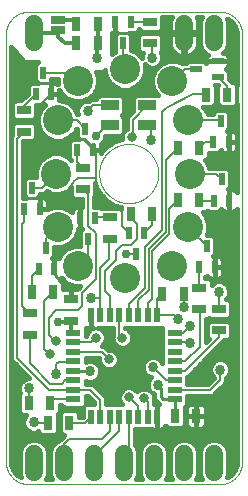
<source format=gtl>
G75*
%MOIN*%
%OFA0B0*%
%FSLAX25Y25*%
%IPPOS*%
%LPD*%
%AMOC8*
5,1,8,0,0,1.08239X$1,22.5*
%
%ADD10C,0.00000*%
%ADD11R,0.05000X0.02200*%
%ADD12R,0.02200X0.05000*%
%ADD13C,0.06000*%
%ADD14R,0.01969X0.03937*%
%ADD15R,0.04724X0.03150*%
%ADD16R,0.03150X0.04724*%
%ADD17R,0.03937X0.01969*%
%ADD18R,0.05906X0.03543*%
%ADD19C,0.10000*%
%ADD20R,0.05000X0.02500*%
%ADD21C,0.01200*%
%ADD22C,0.03369*%
%ADD23C,0.01600*%
%ADD24C,0.01000*%
%ADD25C,0.00800*%
%ADD26C,0.00600*%
%ADD27C,0.03172*%
%ADD28C,0.02975*%
D10*
X0001800Y0009513D02*
X0001800Y0151994D01*
X0001802Y0152175D01*
X0001809Y0152356D01*
X0001820Y0152537D01*
X0001835Y0152718D01*
X0001855Y0152898D01*
X0001879Y0153078D01*
X0001907Y0153257D01*
X0001940Y0153435D01*
X0001977Y0153612D01*
X0002018Y0153789D01*
X0002063Y0153964D01*
X0002113Y0154139D01*
X0002167Y0154312D01*
X0002225Y0154483D01*
X0002287Y0154654D01*
X0002354Y0154822D01*
X0002424Y0154989D01*
X0002498Y0155155D01*
X0002577Y0155318D01*
X0002659Y0155479D01*
X0002745Y0155639D01*
X0002835Y0155796D01*
X0002929Y0155951D01*
X0003026Y0156104D01*
X0003128Y0156254D01*
X0003232Y0156402D01*
X0003341Y0156548D01*
X0003452Y0156690D01*
X0003568Y0156830D01*
X0003686Y0156967D01*
X0003808Y0157102D01*
X0003933Y0157233D01*
X0004061Y0157361D01*
X0004192Y0157486D01*
X0004327Y0157608D01*
X0004464Y0157726D01*
X0004604Y0157842D01*
X0004746Y0157953D01*
X0004892Y0158062D01*
X0005040Y0158166D01*
X0005190Y0158268D01*
X0005343Y0158365D01*
X0005498Y0158459D01*
X0005655Y0158549D01*
X0005815Y0158635D01*
X0005976Y0158717D01*
X0006139Y0158796D01*
X0006305Y0158870D01*
X0006472Y0158940D01*
X0006640Y0159007D01*
X0006811Y0159069D01*
X0006982Y0159127D01*
X0007155Y0159181D01*
X0007330Y0159231D01*
X0007505Y0159276D01*
X0007682Y0159317D01*
X0007859Y0159354D01*
X0008037Y0159387D01*
X0008216Y0159415D01*
X0008396Y0159439D01*
X0008576Y0159459D01*
X0008757Y0159474D01*
X0008938Y0159485D01*
X0009119Y0159492D01*
X0009300Y0159494D01*
X0073040Y0159494D01*
X0073221Y0159492D01*
X0073402Y0159485D01*
X0073583Y0159474D01*
X0073764Y0159459D01*
X0073944Y0159439D01*
X0074124Y0159415D01*
X0074303Y0159387D01*
X0074481Y0159354D01*
X0074658Y0159317D01*
X0074835Y0159276D01*
X0075010Y0159231D01*
X0075185Y0159181D01*
X0075358Y0159127D01*
X0075529Y0159069D01*
X0075700Y0159007D01*
X0075868Y0158940D01*
X0076035Y0158870D01*
X0076201Y0158796D01*
X0076364Y0158717D01*
X0076525Y0158635D01*
X0076685Y0158549D01*
X0076842Y0158459D01*
X0076997Y0158365D01*
X0077150Y0158268D01*
X0077300Y0158166D01*
X0077448Y0158062D01*
X0077594Y0157953D01*
X0077736Y0157842D01*
X0077876Y0157726D01*
X0078013Y0157608D01*
X0078148Y0157486D01*
X0078279Y0157361D01*
X0078407Y0157233D01*
X0078532Y0157102D01*
X0078654Y0156967D01*
X0078772Y0156830D01*
X0078888Y0156690D01*
X0078999Y0156548D01*
X0079108Y0156402D01*
X0079212Y0156254D01*
X0079314Y0156104D01*
X0079411Y0155951D01*
X0079505Y0155796D01*
X0079595Y0155639D01*
X0079681Y0155479D01*
X0079763Y0155318D01*
X0079842Y0155155D01*
X0079916Y0154989D01*
X0079986Y0154822D01*
X0080053Y0154654D01*
X0080115Y0154483D01*
X0080173Y0154312D01*
X0080227Y0154139D01*
X0080277Y0153964D01*
X0080322Y0153789D01*
X0080363Y0153612D01*
X0080400Y0153435D01*
X0080433Y0153257D01*
X0080461Y0153078D01*
X0080485Y0152898D01*
X0080505Y0152718D01*
X0080520Y0152537D01*
X0080531Y0152356D01*
X0080538Y0152175D01*
X0080540Y0151994D01*
X0080540Y0009513D01*
X0080538Y0009332D01*
X0080531Y0009151D01*
X0080520Y0008970D01*
X0080505Y0008789D01*
X0080485Y0008609D01*
X0080461Y0008429D01*
X0080433Y0008250D01*
X0080400Y0008072D01*
X0080363Y0007895D01*
X0080322Y0007718D01*
X0080277Y0007543D01*
X0080227Y0007368D01*
X0080173Y0007195D01*
X0080115Y0007024D01*
X0080053Y0006853D01*
X0079986Y0006685D01*
X0079916Y0006518D01*
X0079842Y0006352D01*
X0079763Y0006189D01*
X0079681Y0006028D01*
X0079595Y0005868D01*
X0079505Y0005711D01*
X0079411Y0005556D01*
X0079314Y0005403D01*
X0079212Y0005253D01*
X0079108Y0005105D01*
X0078999Y0004959D01*
X0078888Y0004817D01*
X0078772Y0004677D01*
X0078654Y0004540D01*
X0078532Y0004405D01*
X0078407Y0004274D01*
X0078279Y0004146D01*
X0078148Y0004021D01*
X0078013Y0003899D01*
X0077876Y0003781D01*
X0077736Y0003665D01*
X0077594Y0003554D01*
X0077448Y0003445D01*
X0077300Y0003341D01*
X0077150Y0003239D01*
X0076997Y0003142D01*
X0076842Y0003048D01*
X0076685Y0002958D01*
X0076525Y0002872D01*
X0076364Y0002790D01*
X0076201Y0002711D01*
X0076035Y0002637D01*
X0075868Y0002567D01*
X0075700Y0002500D01*
X0075529Y0002438D01*
X0075358Y0002380D01*
X0075185Y0002326D01*
X0075010Y0002276D01*
X0074835Y0002231D01*
X0074658Y0002190D01*
X0074481Y0002153D01*
X0074303Y0002120D01*
X0074124Y0002092D01*
X0073944Y0002068D01*
X0073764Y0002048D01*
X0073583Y0002033D01*
X0073402Y0002022D01*
X0073221Y0002015D01*
X0073040Y0002013D01*
X0009300Y0002013D01*
X0009119Y0002015D01*
X0008938Y0002022D01*
X0008757Y0002033D01*
X0008576Y0002048D01*
X0008396Y0002068D01*
X0008216Y0002092D01*
X0008037Y0002120D01*
X0007859Y0002153D01*
X0007682Y0002190D01*
X0007505Y0002231D01*
X0007330Y0002276D01*
X0007155Y0002326D01*
X0006982Y0002380D01*
X0006811Y0002438D01*
X0006640Y0002500D01*
X0006472Y0002567D01*
X0006305Y0002637D01*
X0006139Y0002711D01*
X0005976Y0002790D01*
X0005815Y0002872D01*
X0005655Y0002958D01*
X0005498Y0003048D01*
X0005343Y0003142D01*
X0005190Y0003239D01*
X0005040Y0003341D01*
X0004892Y0003445D01*
X0004746Y0003554D01*
X0004604Y0003665D01*
X0004464Y0003781D01*
X0004327Y0003899D01*
X0004192Y0004021D01*
X0004061Y0004146D01*
X0003933Y0004274D01*
X0003808Y0004405D01*
X0003686Y0004540D01*
X0003568Y0004677D01*
X0003452Y0004817D01*
X0003341Y0004959D01*
X0003232Y0005105D01*
X0003128Y0005253D01*
X0003026Y0005403D01*
X0002929Y0005556D01*
X0002835Y0005711D01*
X0002745Y0005868D01*
X0002659Y0006028D01*
X0002577Y0006189D01*
X0002498Y0006352D01*
X0002424Y0006518D01*
X0002354Y0006685D01*
X0002287Y0006853D01*
X0002225Y0007024D01*
X0002167Y0007195D01*
X0002113Y0007368D01*
X0002063Y0007543D01*
X0002018Y0007718D01*
X0001977Y0007895D01*
X0001940Y0008072D01*
X0001907Y0008250D01*
X0001879Y0008429D01*
X0001855Y0008609D01*
X0001835Y0008789D01*
X0001820Y0008970D01*
X0001809Y0009151D01*
X0001802Y0009332D01*
X0001800Y0009513D01*
X0032902Y0105557D02*
X0032905Y0105799D01*
X0032914Y0106040D01*
X0032929Y0106281D01*
X0032949Y0106522D01*
X0032976Y0106762D01*
X0033009Y0107001D01*
X0033047Y0107240D01*
X0033091Y0107477D01*
X0033141Y0107714D01*
X0033197Y0107949D01*
X0033259Y0108182D01*
X0033326Y0108414D01*
X0033399Y0108645D01*
X0033477Y0108873D01*
X0033562Y0109099D01*
X0033651Y0109324D01*
X0033746Y0109546D01*
X0033847Y0109765D01*
X0033953Y0109983D01*
X0034064Y0110197D01*
X0034181Y0110409D01*
X0034302Y0110617D01*
X0034429Y0110823D01*
X0034561Y0111025D01*
X0034698Y0111225D01*
X0034839Y0111420D01*
X0034985Y0111613D01*
X0035136Y0111801D01*
X0035292Y0111986D01*
X0035452Y0112167D01*
X0035616Y0112344D01*
X0035785Y0112517D01*
X0035958Y0112686D01*
X0036135Y0112850D01*
X0036316Y0113010D01*
X0036501Y0113166D01*
X0036689Y0113317D01*
X0036882Y0113463D01*
X0037077Y0113604D01*
X0037277Y0113741D01*
X0037479Y0113873D01*
X0037685Y0114000D01*
X0037893Y0114121D01*
X0038105Y0114238D01*
X0038319Y0114349D01*
X0038537Y0114455D01*
X0038756Y0114556D01*
X0038978Y0114651D01*
X0039203Y0114740D01*
X0039429Y0114825D01*
X0039657Y0114903D01*
X0039888Y0114976D01*
X0040120Y0115043D01*
X0040353Y0115105D01*
X0040588Y0115161D01*
X0040825Y0115211D01*
X0041062Y0115255D01*
X0041301Y0115293D01*
X0041540Y0115326D01*
X0041780Y0115353D01*
X0042021Y0115373D01*
X0042262Y0115388D01*
X0042503Y0115397D01*
X0042745Y0115400D01*
X0042987Y0115397D01*
X0043228Y0115388D01*
X0043469Y0115373D01*
X0043710Y0115353D01*
X0043950Y0115326D01*
X0044189Y0115293D01*
X0044428Y0115255D01*
X0044665Y0115211D01*
X0044902Y0115161D01*
X0045137Y0115105D01*
X0045370Y0115043D01*
X0045602Y0114976D01*
X0045833Y0114903D01*
X0046061Y0114825D01*
X0046287Y0114740D01*
X0046512Y0114651D01*
X0046734Y0114556D01*
X0046953Y0114455D01*
X0047171Y0114349D01*
X0047385Y0114238D01*
X0047597Y0114121D01*
X0047805Y0114000D01*
X0048011Y0113873D01*
X0048213Y0113741D01*
X0048413Y0113604D01*
X0048608Y0113463D01*
X0048801Y0113317D01*
X0048989Y0113166D01*
X0049174Y0113010D01*
X0049355Y0112850D01*
X0049532Y0112686D01*
X0049705Y0112517D01*
X0049874Y0112344D01*
X0050038Y0112167D01*
X0050198Y0111986D01*
X0050354Y0111801D01*
X0050505Y0111613D01*
X0050651Y0111420D01*
X0050792Y0111225D01*
X0050929Y0111025D01*
X0051061Y0110823D01*
X0051188Y0110617D01*
X0051309Y0110409D01*
X0051426Y0110197D01*
X0051537Y0109983D01*
X0051643Y0109765D01*
X0051744Y0109546D01*
X0051839Y0109324D01*
X0051928Y0109099D01*
X0052013Y0108873D01*
X0052091Y0108645D01*
X0052164Y0108414D01*
X0052231Y0108182D01*
X0052293Y0107949D01*
X0052349Y0107714D01*
X0052399Y0107477D01*
X0052443Y0107240D01*
X0052481Y0107001D01*
X0052514Y0106762D01*
X0052541Y0106522D01*
X0052561Y0106281D01*
X0052576Y0106040D01*
X0052585Y0105799D01*
X0052588Y0105557D01*
X0052585Y0105315D01*
X0052576Y0105074D01*
X0052561Y0104833D01*
X0052541Y0104592D01*
X0052514Y0104352D01*
X0052481Y0104113D01*
X0052443Y0103874D01*
X0052399Y0103637D01*
X0052349Y0103400D01*
X0052293Y0103165D01*
X0052231Y0102932D01*
X0052164Y0102700D01*
X0052091Y0102469D01*
X0052013Y0102241D01*
X0051928Y0102015D01*
X0051839Y0101790D01*
X0051744Y0101568D01*
X0051643Y0101349D01*
X0051537Y0101131D01*
X0051426Y0100917D01*
X0051309Y0100705D01*
X0051188Y0100497D01*
X0051061Y0100291D01*
X0050929Y0100089D01*
X0050792Y0099889D01*
X0050651Y0099694D01*
X0050505Y0099501D01*
X0050354Y0099313D01*
X0050198Y0099128D01*
X0050038Y0098947D01*
X0049874Y0098770D01*
X0049705Y0098597D01*
X0049532Y0098428D01*
X0049355Y0098264D01*
X0049174Y0098104D01*
X0048989Y0097948D01*
X0048801Y0097797D01*
X0048608Y0097651D01*
X0048413Y0097510D01*
X0048213Y0097373D01*
X0048011Y0097241D01*
X0047805Y0097114D01*
X0047597Y0096993D01*
X0047385Y0096876D01*
X0047171Y0096765D01*
X0046953Y0096659D01*
X0046734Y0096558D01*
X0046512Y0096463D01*
X0046287Y0096374D01*
X0046061Y0096289D01*
X0045833Y0096211D01*
X0045602Y0096138D01*
X0045370Y0096071D01*
X0045137Y0096009D01*
X0044902Y0095953D01*
X0044665Y0095903D01*
X0044428Y0095859D01*
X0044189Y0095821D01*
X0043950Y0095788D01*
X0043710Y0095761D01*
X0043469Y0095741D01*
X0043228Y0095726D01*
X0042987Y0095717D01*
X0042745Y0095714D01*
X0042503Y0095717D01*
X0042262Y0095726D01*
X0042021Y0095741D01*
X0041780Y0095761D01*
X0041540Y0095788D01*
X0041301Y0095821D01*
X0041062Y0095859D01*
X0040825Y0095903D01*
X0040588Y0095953D01*
X0040353Y0096009D01*
X0040120Y0096071D01*
X0039888Y0096138D01*
X0039657Y0096211D01*
X0039429Y0096289D01*
X0039203Y0096374D01*
X0038978Y0096463D01*
X0038756Y0096558D01*
X0038537Y0096659D01*
X0038319Y0096765D01*
X0038105Y0096876D01*
X0037893Y0096993D01*
X0037685Y0097114D01*
X0037479Y0097241D01*
X0037277Y0097373D01*
X0037077Y0097510D01*
X0036882Y0097651D01*
X0036689Y0097797D01*
X0036501Y0097948D01*
X0036316Y0098104D01*
X0036135Y0098264D01*
X0035958Y0098428D01*
X0035785Y0098597D01*
X0035616Y0098770D01*
X0035452Y0098947D01*
X0035292Y0099128D01*
X0035136Y0099313D01*
X0034985Y0099501D01*
X0034839Y0099694D01*
X0034698Y0099889D01*
X0034561Y0100089D01*
X0034429Y0100291D01*
X0034302Y0100497D01*
X0034181Y0100705D01*
X0034064Y0100917D01*
X0033953Y0101131D01*
X0033847Y0101349D01*
X0033746Y0101568D01*
X0033651Y0101790D01*
X0033562Y0102015D01*
X0033477Y0102241D01*
X0033399Y0102469D01*
X0033326Y0102700D01*
X0033259Y0102932D01*
X0033197Y0103165D01*
X0033141Y0103400D01*
X0033091Y0103637D01*
X0033047Y0103874D01*
X0033009Y0104113D01*
X0032976Y0104352D01*
X0032949Y0104592D01*
X0032929Y0104833D01*
X0032914Y0105074D01*
X0032905Y0105315D01*
X0032902Y0105557D01*
D11*
X0024270Y0052407D03*
X0024270Y0049257D03*
X0024270Y0046108D03*
X0024270Y0042958D03*
X0024270Y0039809D03*
X0024270Y0036659D03*
X0024270Y0033509D03*
X0024270Y0030360D03*
X0058070Y0030360D03*
X0058070Y0033509D03*
X0058070Y0036659D03*
X0058070Y0039809D03*
X0058070Y0042958D03*
X0058070Y0046108D03*
X0058070Y0049257D03*
X0058070Y0052407D03*
D12*
X0052194Y0058283D03*
X0049044Y0058283D03*
X0045894Y0058283D03*
X0042745Y0058283D03*
X0039595Y0058283D03*
X0036446Y0058283D03*
X0033296Y0058283D03*
X0030146Y0058283D03*
X0030146Y0024483D03*
X0033296Y0024483D03*
X0036446Y0024483D03*
X0039595Y0024483D03*
X0042745Y0024483D03*
X0045894Y0024483D03*
X0049044Y0024483D03*
X0052194Y0024483D03*
D13*
X0051170Y0012100D02*
X0051170Y0006100D01*
X0041170Y0006100D02*
X0041170Y0012100D01*
X0031170Y0012100D02*
X0031170Y0006100D01*
X0021170Y0006100D02*
X0021170Y0012100D01*
X0011170Y0012100D02*
X0011170Y0006100D01*
X0061170Y0006100D02*
X0061170Y0012100D01*
X0071170Y0012100D02*
X0071170Y0006100D01*
X0071170Y0149407D02*
X0071170Y0155407D01*
X0061170Y0155407D02*
X0061170Y0149407D01*
X0011170Y0149407D02*
X0011170Y0155407D01*
D14*
X0014300Y0139057D03*
X0011741Y0131970D03*
X0016859Y0131970D03*
X0025556Y0113470D03*
X0028115Y0120557D03*
X0030674Y0113470D03*
X0031643Y0090754D03*
X0029083Y0083667D03*
X0026524Y0090754D03*
X0017833Y0073653D03*
X0015274Y0080739D03*
X0012715Y0073653D03*
X0013086Y0093813D03*
X0010527Y0100899D03*
X0007968Y0093813D03*
X0038241Y0156057D03*
X0040800Y0148970D03*
X0043359Y0156057D03*
X0070914Y0116072D03*
X0073473Y0123159D03*
X0076032Y0116072D03*
X0073666Y0103639D03*
X0071107Y0096553D03*
X0076225Y0096553D03*
X0068824Y0081360D03*
X0071383Y0074273D03*
X0066265Y0074273D03*
X0047859Y0085757D03*
X0045300Y0078670D03*
X0042741Y0085757D03*
D15*
X0036517Y0083862D03*
X0036517Y0090949D03*
X0027558Y0100274D03*
X0027558Y0107361D03*
X0007922Y0119557D03*
X0007922Y0126643D03*
X0023500Y0063657D03*
X0023500Y0056570D03*
X0009774Y0058919D03*
X0009774Y0051832D03*
X0049918Y0149057D03*
X0049918Y0156143D03*
X0066292Y0067433D03*
X0066292Y0060346D03*
X0072800Y0060357D03*
X0072800Y0053270D03*
D16*
X0061043Y0065513D03*
X0053957Y0065513D03*
X0050543Y0092013D03*
X0043457Y0092013D03*
X0059060Y0096647D03*
X0066146Y0096647D03*
X0066206Y0114147D03*
X0059119Y0114147D03*
X0068501Y0131872D03*
X0075587Y0131872D03*
X0032343Y0149013D03*
X0032343Y0155513D03*
X0025257Y0155513D03*
X0025257Y0149013D03*
X0017440Y0066187D03*
X0010354Y0066187D03*
X0009457Y0029113D03*
X0015857Y0022513D03*
X0016543Y0029113D03*
X0022943Y0022513D03*
X0058157Y0024713D03*
X0065243Y0024713D03*
D17*
X0072343Y0137899D03*
X0072343Y0143017D03*
X0065257Y0140458D03*
D18*
X0048847Y0128285D03*
X0048847Y0121592D03*
X0036643Y0121592D03*
X0036643Y0128285D03*
D19*
X0041495Y0140271D03*
X0057243Y0136334D03*
X0062617Y0123273D03*
X0063117Y0105557D03*
X0062617Y0087840D03*
X0057243Y0074779D03*
X0041495Y0070842D03*
X0025747Y0074779D03*
X0019123Y0087840D03*
X0018623Y0105557D03*
X0019123Y0123273D03*
X0025747Y0136334D03*
D20*
X0019300Y0153413D03*
X0019300Y0156613D03*
D21*
X0024157Y0156613D01*
X0025257Y0155513D01*
X0025257Y0149013D02*
X0021400Y0149013D01*
X0019300Y0151113D01*
X0019300Y0153413D01*
X0018294Y0152407D01*
X0011170Y0152407D01*
X0032200Y0149013D02*
X0032200Y0144013D01*
X0032200Y0149013D02*
X0032343Y0149013D01*
X0032343Y0155513D01*
X0072343Y0143017D02*
X0078800Y0143017D01*
X0078800Y0116013D01*
X0076032Y0116013D01*
X0076032Y0116072D01*
X0023500Y0053177D02*
X0024270Y0052407D01*
X0023500Y0053177D02*
X0023500Y0056570D01*
X0023143Y0056213D01*
X0019000Y0056213D01*
D22*
X0018600Y0038713D03*
X0011000Y0022613D03*
X0009600Y0034013D03*
X0029800Y0039613D03*
X0030200Y0064013D03*
X0046600Y0052613D03*
X0050800Y0041013D03*
X0052400Y0035213D03*
X0063200Y0049213D03*
X0063200Y0054613D03*
X0061000Y0061213D03*
X0059000Y0057213D03*
X0072800Y0066213D03*
X0073200Y0040213D03*
X0050000Y0116613D03*
X0050600Y0144213D03*
X0032200Y0144013D03*
X0029000Y0126413D03*
D23*
X0004132Y0006880D02*
X0005199Y0005412D01*
X0006667Y0004346D01*
X0006832Y0004292D01*
X0006470Y0005165D01*
X0006470Y0013035D01*
X0007186Y0014762D01*
X0008508Y0016084D01*
X0010235Y0016800D01*
X0012105Y0016800D01*
X0013832Y0016084D01*
X0015155Y0014762D01*
X0015870Y0013035D01*
X0015870Y0005165D01*
X0015269Y0003713D01*
X0017071Y0003713D01*
X0016470Y0005165D01*
X0016470Y0013035D01*
X0017186Y0014762D01*
X0018508Y0016084D01*
X0019179Y0016363D01*
X0020700Y0017883D01*
X0021268Y0018451D01*
X0020664Y0018451D01*
X0019669Y0019447D01*
X0019669Y0025580D01*
X0020664Y0026576D01*
X0025222Y0026576D01*
X0026218Y0025580D01*
X0026218Y0024513D01*
X0027346Y0024513D01*
X0027346Y0027560D01*
X0021066Y0027560D01*
X0020266Y0028360D01*
X0019818Y0028360D01*
X0019818Y0026047D01*
X0019131Y0025360D01*
X0019131Y0019447D01*
X0018136Y0018451D01*
X0013578Y0018451D01*
X0012582Y0019447D01*
X0012582Y0019606D01*
X0011673Y0019229D01*
X0010327Y0019229D01*
X0009083Y0019744D01*
X0008131Y0020696D01*
X0007616Y0021940D01*
X0007616Y0023287D01*
X0008131Y0024530D01*
X0008652Y0025051D01*
X0007178Y0025051D01*
X0006182Y0026047D01*
X0006182Y0032180D01*
X0006546Y0032544D01*
X0006216Y0033340D01*
X0006216Y0034687D01*
X0006731Y0035930D01*
X0007683Y0036882D01*
X0008927Y0037398D01*
X0009587Y0037398D01*
X0004772Y0042213D01*
X0003600Y0043385D01*
X0003600Y0118063D01*
X0003860Y0118323D01*
X0003860Y0121836D01*
X0004856Y0122831D01*
X0010988Y0122831D01*
X0011984Y0121836D01*
X0011984Y0117278D01*
X0010988Y0116282D01*
X0007600Y0116282D01*
X0007600Y0097481D01*
X0008588Y0097481D01*
X0007843Y0098227D01*
X0007843Y0103572D01*
X0008838Y0104568D01*
X0011923Y0104568D01*
X0011923Y0106889D01*
X0012943Y0109352D01*
X0014828Y0111237D01*
X0017290Y0112257D01*
X0019956Y0112257D01*
X0022418Y0111237D01*
X0023556Y0110099D01*
X0023556Y0110113D01*
X0022872Y0110797D01*
X0022872Y0116143D01*
X0023867Y0117139D01*
X0026176Y0117139D01*
X0025431Y0117884D01*
X0025431Y0120271D01*
X0025219Y0120483D01*
X0024803Y0119478D01*
X0022918Y0117593D01*
X0020456Y0116573D01*
X0017790Y0116573D01*
X0015328Y0117593D01*
X0013443Y0119478D01*
X0012423Y0121941D01*
X0012423Y0124606D01*
X0013443Y0127068D01*
X0014875Y0128500D01*
X0014770Y0128561D01*
X0014434Y0128896D01*
X0014284Y0129156D01*
X0013429Y0128302D01*
X0011984Y0128302D01*
X0011984Y0124364D01*
X0010988Y0123369D01*
X0004856Y0123369D01*
X0003860Y0124364D01*
X0003860Y0128922D01*
X0004856Y0129918D01*
X0006861Y0129918D01*
X0009057Y0132114D01*
X0009057Y0134643D01*
X0010053Y0135639D01*
X0012361Y0135639D01*
X0011616Y0136384D01*
X0011616Y0141729D01*
X0012500Y0142613D01*
X0009780Y0142613D01*
X0009744Y0142581D01*
X0008958Y0142613D01*
X0008172Y0142613D01*
X0008137Y0142648D01*
X0008089Y0142650D01*
X0007556Y0143229D01*
X0007000Y0143785D01*
X0007000Y0143833D01*
X0003500Y0147638D01*
X0003500Y0009513D01*
X0003571Y0008606D01*
X0004132Y0006880D01*
X0004184Y0006809D02*
X0006470Y0006809D01*
X0006470Y0008407D02*
X0003636Y0008407D01*
X0003500Y0010006D02*
X0006470Y0010006D01*
X0006470Y0011604D02*
X0003500Y0011604D01*
X0003500Y0013203D02*
X0006540Y0013203D01*
X0007225Y0014801D02*
X0003500Y0014801D01*
X0003500Y0016400D02*
X0009269Y0016400D01*
X0009439Y0019597D02*
X0003500Y0019597D01*
X0003500Y0017998D02*
X0020815Y0017998D01*
X0019669Y0019597D02*
X0019131Y0019597D01*
X0019131Y0021196D02*
X0019669Y0021196D01*
X0019669Y0022794D02*
X0019131Y0022794D01*
X0019131Y0024393D02*
X0019669Y0024393D01*
X0019762Y0025991D02*
X0020080Y0025991D01*
X0019818Y0027590D02*
X0021036Y0027590D01*
X0025807Y0025991D02*
X0027346Y0025991D01*
X0028470Y0028683D02*
X0028470Y0031509D01*
X0029076Y0031509D01*
X0031296Y0029289D01*
X0031296Y0028683D01*
X0028470Y0028683D01*
X0028470Y0029188D02*
X0031296Y0029188D01*
X0029798Y0030787D02*
X0028470Y0030787D01*
X0028470Y0035509D02*
X0028470Y0036501D01*
X0029127Y0036229D01*
X0030473Y0036229D01*
X0031717Y0036744D01*
X0032669Y0037696D01*
X0033184Y0038940D01*
X0033184Y0040287D01*
X0032669Y0041530D01*
X0031717Y0042482D01*
X0030473Y0042998D01*
X0029127Y0042998D01*
X0028470Y0042726D01*
X0028470Y0044108D01*
X0032877Y0044108D01*
X0032914Y0044071D01*
X0032914Y0042960D01*
X0033414Y0041752D01*
X0034339Y0040828D01*
X0035546Y0040328D01*
X0036854Y0040328D01*
X0038061Y0040828D01*
X0038986Y0041752D01*
X0039486Y0042960D01*
X0039486Y0044267D01*
X0038986Y0045475D01*
X0038061Y0046399D01*
X0036854Y0046899D01*
X0035743Y0046899D01*
X0034534Y0048108D01*
X0033741Y0048108D01*
X0034586Y0048952D01*
X0035086Y0050160D01*
X0035086Y0051467D01*
X0034586Y0052675D01*
X0033661Y0053599D01*
X0032492Y0054083D01*
X0037595Y0054083D01*
X0037595Y0052146D01*
X0037314Y0051467D01*
X0037314Y0050160D01*
X0037814Y0048952D01*
X0038739Y0048028D01*
X0039946Y0047528D01*
X0041254Y0047528D01*
X0042461Y0048028D01*
X0043386Y0048952D01*
X0043886Y0050160D01*
X0043886Y0051467D01*
X0043386Y0052675D01*
X0042461Y0053599D01*
X0041595Y0053958D01*
X0041595Y0054083D01*
X0053870Y0054083D01*
X0053870Y0042445D01*
X0053669Y0042930D01*
X0052717Y0043882D01*
X0051473Y0044398D01*
X0050127Y0044398D01*
X0048883Y0043882D01*
X0047931Y0042930D01*
X0047416Y0041687D01*
X0047416Y0040340D01*
X0047931Y0039096D01*
X0048883Y0038144D01*
X0050058Y0037658D01*
X0049531Y0037130D01*
X0049016Y0035887D01*
X0049016Y0034540D01*
X0049453Y0033485D01*
X0048454Y0033899D01*
X0047146Y0033899D01*
X0045939Y0033399D01*
X0045500Y0032960D01*
X0044661Y0033799D01*
X0043454Y0034299D01*
X0042146Y0034299D01*
X0040939Y0033799D01*
X0040014Y0032875D01*
X0039514Y0031667D01*
X0039514Y0030360D01*
X0040014Y0029152D01*
X0040483Y0028683D01*
X0035296Y0028683D01*
X0035296Y0030946D01*
X0030732Y0035509D01*
X0028470Y0035509D01*
X0028470Y0035582D02*
X0049016Y0035582D01*
X0049246Y0033984D02*
X0044216Y0033984D01*
X0041384Y0033984D02*
X0032258Y0033984D01*
X0033857Y0032385D02*
X0039812Y0032385D01*
X0039514Y0030787D02*
X0035296Y0030787D01*
X0035296Y0029188D02*
X0039999Y0029188D01*
X0044845Y0020283D02*
X0050484Y0020283D01*
X0050857Y0020183D01*
X0052194Y0020183D01*
X0053531Y0020183D01*
X0053988Y0020306D01*
X0054399Y0020543D01*
X0054734Y0020878D01*
X0054971Y0021289D01*
X0055028Y0021501D01*
X0055878Y0020651D01*
X0060436Y0020651D01*
X0061431Y0021647D01*
X0061431Y0027717D01*
X0062270Y0028556D01*
X0062270Y0031509D01*
X0070724Y0031509D01*
X0071896Y0032681D01*
X0074028Y0034813D01*
X0075200Y0035985D01*
X0075200Y0037427D01*
X0076069Y0038296D01*
X0076584Y0039540D01*
X0076584Y0040887D01*
X0076069Y0042130D01*
X0075117Y0043082D01*
X0073873Y0043598D01*
X0072527Y0043598D01*
X0071283Y0043082D01*
X0070331Y0042130D01*
X0069816Y0040887D01*
X0069816Y0039540D01*
X0070331Y0038296D01*
X0071093Y0037535D01*
X0069068Y0035509D01*
X0062270Y0035509D01*
X0062270Y0037809D01*
X0062424Y0037809D01*
X0073628Y0049013D01*
X0074610Y0049995D01*
X0075866Y0049995D01*
X0076862Y0050991D01*
X0076862Y0055549D01*
X0075866Y0056545D01*
X0069734Y0056545D01*
X0068738Y0055549D01*
X0068738Y0050991D01*
X0069344Y0050385D01*
X0068400Y0049442D01*
X0068400Y0057072D01*
X0069358Y0057072D01*
X0069551Y0057264D01*
X0069734Y0057082D01*
X0075866Y0057082D01*
X0076862Y0058078D01*
X0076862Y0062636D01*
X0075866Y0063631D01*
X0075004Y0063631D01*
X0075669Y0064296D01*
X0076184Y0065540D01*
X0076184Y0066887D01*
X0075669Y0068130D01*
X0074717Y0069082D01*
X0073473Y0069598D01*
X0072127Y0069598D01*
X0070883Y0069082D01*
X0070354Y0068554D01*
X0070354Y0069712D01*
X0069358Y0070708D01*
X0068292Y0070708D01*
X0068292Y0070944D01*
X0068808Y0071460D01*
X0068958Y0071199D01*
X0069293Y0070864D01*
X0069704Y0070627D01*
X0070161Y0070505D01*
X0071383Y0070505D01*
X0072604Y0070505D01*
X0073062Y0070627D01*
X0073472Y0070864D01*
X0073807Y0071199D01*
X0074044Y0071610D01*
X0074167Y0072068D01*
X0074167Y0074273D01*
X0071383Y0074273D01*
X0071383Y0074273D01*
X0071383Y0070505D01*
X0071383Y0074273D01*
X0071383Y0074273D01*
X0074167Y0074273D01*
X0074167Y0076479D01*
X0074044Y0076937D01*
X0073807Y0077347D01*
X0073472Y0077682D01*
X0073062Y0077919D01*
X0072604Y0078042D01*
X0071383Y0078042D01*
X0071383Y0074273D01*
X0071383Y0074273D01*
X0071383Y0078042D01*
X0070862Y0078042D01*
X0071508Y0078687D01*
X0071508Y0084033D01*
X0070512Y0085028D01*
X0068704Y0085028D01*
X0069317Y0086507D01*
X0069317Y0089173D01*
X0068297Y0091635D01*
X0067347Y0092585D01*
X0068425Y0092585D01*
X0069072Y0093231D01*
X0069419Y0092884D01*
X0072795Y0092884D01*
X0073650Y0093739D01*
X0073801Y0093479D01*
X0074136Y0093144D01*
X0074546Y0092907D01*
X0075004Y0092784D01*
X0076225Y0092784D01*
X0076225Y0096553D01*
X0076225Y0100321D01*
X0075705Y0100321D01*
X0076350Y0100967D01*
X0076350Y0106312D01*
X0075355Y0107308D01*
X0072826Y0107308D01*
X0072577Y0107557D01*
X0069541Y0107557D01*
X0068797Y0109352D01*
X0068064Y0110085D01*
X0068484Y0110085D01*
X0069480Y0111081D01*
X0069480Y0112404D01*
X0072603Y0112404D01*
X0073457Y0113259D01*
X0073608Y0112999D01*
X0073943Y0112664D01*
X0074353Y0112427D01*
X0074811Y0112304D01*
X0076032Y0112304D01*
X0076032Y0116072D01*
X0076032Y0116072D01*
X0076032Y0112304D01*
X0077254Y0112304D01*
X0077711Y0112427D01*
X0078122Y0112664D01*
X0078457Y0112999D01*
X0078694Y0113409D01*
X0078817Y0113867D01*
X0078817Y0116072D01*
X0076032Y0116072D01*
X0076032Y0116072D01*
X0076032Y0116073D02*
X0076032Y0119841D01*
X0075512Y0119841D01*
X0076157Y0120486D01*
X0076157Y0125832D01*
X0075162Y0126828D01*
X0071785Y0126828D01*
X0070789Y0125832D01*
X0070789Y0125273D01*
X0069041Y0125273D01*
X0068297Y0127068D01*
X0067556Y0127809D01*
X0070780Y0127809D01*
X0071776Y0128805D01*
X0071776Y0134938D01*
X0071499Y0135215D01*
X0072199Y0135215D01*
X0072394Y0135020D01*
X0072313Y0134938D01*
X0072313Y0128805D01*
X0073308Y0127809D01*
X0077866Y0127809D01*
X0078840Y0128783D01*
X0078840Y0099297D01*
X0078650Y0099626D01*
X0078315Y0099962D01*
X0077904Y0100199D01*
X0077446Y0100321D01*
X0076225Y0100321D01*
X0076225Y0096553D01*
X0076225Y0096553D01*
X0076225Y0096553D01*
X0076225Y0092784D01*
X0077446Y0092784D01*
X0077904Y0092907D01*
X0078315Y0093144D01*
X0078650Y0093479D01*
X0078840Y0093809D01*
X0078840Y0009513D01*
X0078769Y0008606D01*
X0078208Y0006880D01*
X0077141Y0005412D01*
X0075673Y0004346D01*
X0075508Y0004292D01*
X0075870Y0005165D01*
X0075870Y0013035D01*
X0075155Y0014762D01*
X0073832Y0016084D01*
X0072105Y0016800D01*
X0070235Y0016800D01*
X0068508Y0016084D01*
X0067186Y0014762D01*
X0066470Y0013035D01*
X0066470Y0005165D01*
X0067071Y0003713D01*
X0065269Y0003713D01*
X0065870Y0005165D01*
X0065870Y0013035D01*
X0065155Y0014762D01*
X0063832Y0016084D01*
X0062105Y0016800D01*
X0060235Y0016800D01*
X0058508Y0016084D01*
X0057186Y0014762D01*
X0056470Y0013035D01*
X0056470Y0005165D01*
X0057071Y0003713D01*
X0055269Y0003713D01*
X0055870Y0005165D01*
X0055870Y0013035D01*
X0055155Y0014762D01*
X0053832Y0016084D01*
X0052105Y0016800D01*
X0050235Y0016800D01*
X0048508Y0016084D01*
X0047186Y0014762D01*
X0046470Y0013035D01*
X0046470Y0005165D01*
X0047071Y0003713D01*
X0045269Y0003713D01*
X0045870Y0005165D01*
X0045870Y0013035D01*
X0045155Y0014762D01*
X0044845Y0015072D01*
X0044845Y0020283D01*
X0044845Y0019597D02*
X0078840Y0019597D01*
X0078840Y0017998D02*
X0044845Y0017998D01*
X0044845Y0016400D02*
X0049269Y0016400D01*
X0047225Y0014801D02*
X0045115Y0014801D01*
X0045800Y0013203D02*
X0046540Y0013203D01*
X0046470Y0011604D02*
X0045870Y0011604D01*
X0045870Y0010006D02*
X0046470Y0010006D01*
X0046470Y0008407D02*
X0045870Y0008407D01*
X0045870Y0006809D02*
X0046470Y0006809D01*
X0046470Y0005210D02*
X0045870Y0005210D01*
X0053071Y0016400D02*
X0059269Y0016400D01*
X0057225Y0014801D02*
X0055115Y0014801D01*
X0055800Y0013203D02*
X0056540Y0013203D01*
X0056470Y0011604D02*
X0055870Y0011604D01*
X0055870Y0010006D02*
X0056470Y0010006D01*
X0056470Y0008407D02*
X0055870Y0008407D01*
X0055870Y0006809D02*
X0056470Y0006809D01*
X0056470Y0005210D02*
X0055870Y0005210D01*
X0063071Y0016400D02*
X0069269Y0016400D01*
X0067513Y0020674D02*
X0067923Y0020911D01*
X0068258Y0021246D01*
X0068495Y0021656D01*
X0068618Y0022114D01*
X0068618Y0024713D01*
X0065243Y0024713D01*
X0065243Y0024713D01*
X0065243Y0020551D01*
X0063432Y0020551D01*
X0062974Y0020674D01*
X0062563Y0020911D01*
X0062228Y0021246D01*
X0061991Y0021656D01*
X0061869Y0022114D01*
X0061869Y0024713D01*
X0065243Y0024713D01*
X0065243Y0024713D01*
X0065243Y0020551D01*
X0067055Y0020551D01*
X0067513Y0020674D01*
X0068208Y0021196D02*
X0078840Y0021196D01*
X0078840Y0022794D02*
X0068618Y0022794D01*
X0068618Y0024393D02*
X0078840Y0024393D01*
X0078840Y0025991D02*
X0068618Y0025991D01*
X0068618Y0024713D02*
X0068618Y0027313D01*
X0068495Y0027770D01*
X0068258Y0028181D01*
X0067923Y0028516D01*
X0067513Y0028753D01*
X0067055Y0028876D01*
X0065243Y0028876D01*
X0063432Y0028876D01*
X0062974Y0028753D01*
X0062563Y0028516D01*
X0062228Y0028181D01*
X0061991Y0027770D01*
X0061869Y0027313D01*
X0061868Y0024713D01*
X0065243Y0024713D01*
X0065243Y0024713D01*
X0065243Y0024714D02*
X0065243Y0028876D01*
X0065243Y0024714D01*
X0065243Y0024714D01*
X0065243Y0024713D02*
X0068618Y0024713D01*
X0068544Y0027590D02*
X0078840Y0027590D01*
X0078840Y0029188D02*
X0062270Y0029188D01*
X0062270Y0030787D02*
X0078840Y0030787D01*
X0078840Y0032385D02*
X0071600Y0032385D01*
X0073199Y0033984D02*
X0078840Y0033984D01*
X0078840Y0035582D02*
X0074797Y0035582D01*
X0075200Y0037181D02*
X0078840Y0037181D01*
X0078840Y0038779D02*
X0076269Y0038779D01*
X0076584Y0040378D02*
X0078840Y0040378D01*
X0078840Y0041976D02*
X0076133Y0041976D01*
X0073929Y0043575D02*
X0078840Y0043575D01*
X0078840Y0045173D02*
X0069788Y0045173D01*
X0068190Y0043575D02*
X0072471Y0043575D01*
X0071387Y0046772D02*
X0078840Y0046772D01*
X0078840Y0048370D02*
X0072985Y0048370D01*
X0074584Y0049969D02*
X0078840Y0049969D01*
X0078840Y0051567D02*
X0076862Y0051567D01*
X0076862Y0053166D02*
X0078840Y0053166D01*
X0078840Y0054764D02*
X0076862Y0054764D01*
X0076048Y0056363D02*
X0078840Y0056363D01*
X0078840Y0057961D02*
X0076746Y0057961D01*
X0076862Y0059560D02*
X0078840Y0059560D01*
X0078840Y0061158D02*
X0076862Y0061158D01*
X0076741Y0062757D02*
X0078840Y0062757D01*
X0078840Y0064355D02*
X0075693Y0064355D01*
X0076184Y0065954D02*
X0078840Y0065954D01*
X0078840Y0067552D02*
X0075908Y0067552D01*
X0074552Y0069151D02*
X0078840Y0069151D01*
X0078840Y0070749D02*
X0073273Y0070749D01*
X0074167Y0072348D02*
X0078840Y0072348D01*
X0078840Y0073946D02*
X0074167Y0073946D01*
X0074167Y0075545D02*
X0078840Y0075545D01*
X0078840Y0077143D02*
X0073925Y0077143D01*
X0071383Y0077143D02*
X0071383Y0077143D01*
X0071383Y0075545D02*
X0071383Y0075545D01*
X0071383Y0073946D02*
X0071383Y0073946D01*
X0071383Y0072348D02*
X0071383Y0072348D01*
X0071383Y0070749D02*
X0071383Y0070749D01*
X0071048Y0069151D02*
X0070354Y0069151D01*
X0069492Y0070749D02*
X0068292Y0070749D01*
X0071508Y0078742D02*
X0078840Y0078742D01*
X0078840Y0080340D02*
X0071508Y0080340D01*
X0071508Y0081939D02*
X0078840Y0081939D01*
X0078840Y0083537D02*
X0071508Y0083537D01*
X0069317Y0086734D02*
X0078840Y0086734D01*
X0078840Y0085136D02*
X0068749Y0085136D01*
X0069317Y0088333D02*
X0078840Y0088333D01*
X0078840Y0089932D02*
X0069003Y0089932D01*
X0068341Y0091530D02*
X0078840Y0091530D01*
X0078840Y0093129D02*
X0078288Y0093129D01*
X0076225Y0093129D02*
X0076225Y0093129D01*
X0076225Y0094727D02*
X0076225Y0094727D01*
X0076225Y0096326D02*
X0076225Y0096326D01*
X0076225Y0097924D02*
X0076225Y0097924D01*
X0076225Y0099523D02*
X0076225Y0099523D01*
X0076350Y0101121D02*
X0078840Y0101121D01*
X0078840Y0099523D02*
X0078710Y0099523D01*
X0078840Y0102720D02*
X0076350Y0102720D01*
X0076350Y0104318D02*
X0078840Y0104318D01*
X0078840Y0105917D02*
X0076350Y0105917D01*
X0078840Y0107515D02*
X0072619Y0107515D01*
X0074786Y0112311D02*
X0069480Y0112311D01*
X0069112Y0110712D02*
X0078840Y0110712D01*
X0078840Y0109114D02*
X0068896Y0109114D01*
X0076032Y0112311D02*
X0076032Y0112311D01*
X0077279Y0112311D02*
X0078840Y0112311D01*
X0078817Y0113909D02*
X0078840Y0113909D01*
X0078817Y0115508D02*
X0078840Y0115508D01*
X0078817Y0116072D02*
X0078817Y0118278D01*
X0078694Y0118736D01*
X0078457Y0119146D01*
X0078122Y0119481D01*
X0077711Y0119718D01*
X0077254Y0119841D01*
X0076032Y0119841D01*
X0076032Y0116073D01*
X0076032Y0116073D01*
X0076032Y0116072D02*
X0078817Y0116072D01*
X0078817Y0117106D02*
X0078840Y0117106D01*
X0078840Y0118705D02*
X0078702Y0118705D01*
X0078840Y0120303D02*
X0075974Y0120303D01*
X0076032Y0118705D02*
X0076032Y0118705D01*
X0076032Y0117106D02*
X0076032Y0117106D01*
X0076032Y0115508D02*
X0076032Y0115508D01*
X0076032Y0113909D02*
X0076032Y0113909D01*
X0076157Y0121902D02*
X0078840Y0121902D01*
X0078840Y0123500D02*
X0076157Y0123500D01*
X0076157Y0125099D02*
X0078840Y0125099D01*
X0078840Y0126697D02*
X0075292Y0126697D01*
X0072822Y0128296D02*
X0071266Y0128296D01*
X0071655Y0126697D02*
X0068451Y0126697D01*
X0071776Y0129894D02*
X0072313Y0129894D01*
X0072313Y0131493D02*
X0071776Y0131493D01*
X0071776Y0133091D02*
X0072313Y0133091D01*
X0072313Y0134690D02*
X0071776Y0134690D01*
X0076012Y0139588D02*
X0075157Y0140443D01*
X0075417Y0140593D01*
X0075752Y0140928D01*
X0075989Y0141338D01*
X0076112Y0141796D01*
X0076112Y0143017D01*
X0072343Y0143017D01*
X0068575Y0143017D01*
X0068575Y0142497D01*
X0067929Y0143143D01*
X0062584Y0143143D01*
X0061900Y0142458D01*
X0060538Y0142458D01*
X0060371Y0142291D01*
X0058576Y0143034D01*
X0055910Y0143034D01*
X0053448Y0142014D01*
X0051563Y0140129D01*
X0050543Y0137667D01*
X0050543Y0135002D01*
X0051563Y0132539D01*
X0052345Y0131757D01*
X0045190Y0131757D01*
X0044194Y0130761D01*
X0044194Y0126436D01*
X0043172Y0125413D01*
X0042000Y0124242D01*
X0042000Y0120424D01*
X0041939Y0120399D01*
X0041295Y0119755D01*
X0041295Y0124068D01*
X0040425Y0124939D01*
X0041295Y0125809D01*
X0041295Y0130761D01*
X0040299Y0131757D01*
X0032986Y0131757D01*
X0031990Y0130761D01*
X0031990Y0130285D01*
X0030043Y0130285D01*
X0029556Y0129798D01*
X0028327Y0129798D01*
X0027083Y0129282D01*
X0026131Y0128330D01*
X0025616Y0127087D01*
X0025616Y0125740D01*
X0025768Y0125373D01*
X0025505Y0125373D01*
X0024803Y0127068D01*
X0022918Y0128953D01*
X0020456Y0129973D01*
X0019643Y0129973D01*
X0019643Y0131970D01*
X0016859Y0131970D01*
X0016859Y0131970D01*
X0016859Y0135739D01*
X0016339Y0135739D01*
X0016984Y0136384D01*
X0016984Y0136957D01*
X0019047Y0136957D01*
X0019047Y0135281D01*
X0018949Y0135379D01*
X0018538Y0135616D01*
X0018080Y0135739D01*
X0016859Y0135739D01*
X0016859Y0131970D01*
X0016859Y0131970D01*
X0019643Y0131970D01*
X0019643Y0133562D01*
X0020067Y0132539D01*
X0021952Y0130654D01*
X0024414Y0129634D01*
X0027080Y0129634D01*
X0029542Y0130654D01*
X0031427Y0132539D01*
X0032447Y0135002D01*
X0032447Y0137667D01*
X0031723Y0139413D01*
X0032698Y0139413D01*
X0032797Y0139334D01*
X0033511Y0139413D01*
X0034228Y0139413D01*
X0034318Y0139503D01*
X0034444Y0139517D01*
X0034795Y0139955D01*
X0034795Y0138939D01*
X0035815Y0136476D01*
X0037700Y0134591D01*
X0040162Y0133571D01*
X0042828Y0133571D01*
X0045290Y0134591D01*
X0047175Y0136476D01*
X0048195Y0138939D01*
X0048195Y0141604D01*
X0048033Y0141994D01*
X0048683Y0141344D01*
X0049927Y0140829D01*
X0051273Y0140829D01*
X0052517Y0141344D01*
X0053469Y0142296D01*
X0053984Y0143540D01*
X0053984Y0144887D01*
X0053469Y0146130D01*
X0053401Y0146198D01*
X0053980Y0146778D01*
X0053980Y0151336D01*
X0052984Y0152331D01*
X0046852Y0152331D01*
X0045856Y0151336D01*
X0045856Y0146778D01*
X0046852Y0145782D01*
X0047587Y0145782D01*
X0047216Y0144887D01*
X0047216Y0143968D01*
X0047175Y0144066D01*
X0045290Y0145951D01*
X0043484Y0146699D01*
X0043484Y0151643D01*
X0042739Y0152388D01*
X0045047Y0152388D01*
X0046043Y0153384D01*
X0046043Y0153677D01*
X0046852Y0152869D01*
X0052984Y0152869D01*
X0053980Y0153864D01*
X0053980Y0157794D01*
X0056999Y0157794D01*
X0056722Y0157250D01*
X0056488Y0156531D01*
X0056370Y0155785D01*
X0056370Y0152607D01*
X0060970Y0152607D01*
X0060970Y0152207D01*
X0061370Y0152207D01*
X0061370Y0144607D01*
X0061548Y0144607D01*
X0062294Y0144725D01*
X0063013Y0144959D01*
X0063686Y0145302D01*
X0064297Y0145746D01*
X0064831Y0146280D01*
X0065275Y0146891D01*
X0065618Y0147565D01*
X0065852Y0148283D01*
X0065970Y0149029D01*
X0065970Y0152207D01*
X0061370Y0152207D01*
X0061370Y0152607D01*
X0065970Y0152607D01*
X0065970Y0155785D01*
X0065852Y0156531D01*
X0065618Y0157250D01*
X0065341Y0157794D01*
X0067071Y0157794D01*
X0066470Y0156342D01*
X0066470Y0148472D01*
X0067186Y0146745D01*
X0068508Y0145423D01*
X0069033Y0145205D01*
X0068934Y0145107D01*
X0068697Y0144696D01*
X0068575Y0144239D01*
X0068575Y0143017D01*
X0072343Y0143017D01*
X0072343Y0143017D01*
X0072343Y0143017D01*
X0076112Y0143017D01*
X0076112Y0144239D01*
X0075989Y0144696D01*
X0075752Y0145107D01*
X0075417Y0145442D01*
X0075007Y0145679D01*
X0074549Y0145802D01*
X0074211Y0145802D01*
X0075155Y0146745D01*
X0075870Y0148472D01*
X0075870Y0156342D01*
X0075508Y0157215D01*
X0075673Y0157162D01*
X0077141Y0156095D01*
X0078208Y0154627D01*
X0078769Y0152901D01*
X0078840Y0151994D01*
X0078840Y0134960D01*
X0077866Y0135934D01*
X0077137Y0135934D01*
X0076012Y0137059D01*
X0076012Y0139588D01*
X0076012Y0139485D02*
X0078840Y0139485D01*
X0078840Y0137887D02*
X0076012Y0137887D01*
X0076783Y0136288D02*
X0078840Y0136288D01*
X0078840Y0141084D02*
X0075842Y0141084D01*
X0076112Y0142682D02*
X0078840Y0142682D01*
X0078840Y0144281D02*
X0076100Y0144281D01*
X0074289Y0145879D02*
X0078840Y0145879D01*
X0078840Y0147478D02*
X0075458Y0147478D01*
X0075870Y0149076D02*
X0078840Y0149076D01*
X0078840Y0150675D02*
X0075870Y0150675D01*
X0075870Y0152273D02*
X0078818Y0152273D01*
X0078453Y0153872D02*
X0075870Y0153872D01*
X0075870Y0155470D02*
X0077595Y0155470D01*
X0075801Y0157069D02*
X0075569Y0157069D01*
X0068586Y0144281D02*
X0053984Y0144281D01*
X0053629Y0142682D02*
X0055061Y0142682D01*
X0053573Y0145879D02*
X0057910Y0145879D01*
X0058043Y0145746D02*
X0058654Y0145302D01*
X0059328Y0144959D01*
X0060046Y0144725D01*
X0060792Y0144607D01*
X0060970Y0144607D01*
X0060970Y0152207D01*
X0056370Y0152207D01*
X0056370Y0149029D01*
X0056488Y0148283D01*
X0056722Y0147565D01*
X0057065Y0146891D01*
X0057509Y0146280D01*
X0058043Y0145746D01*
X0056766Y0147478D02*
X0053980Y0147478D01*
X0053980Y0149076D02*
X0056370Y0149076D01*
X0056370Y0150675D02*
X0053980Y0150675D01*
X0053043Y0152273D02*
X0060970Y0152273D01*
X0061370Y0152273D02*
X0066470Y0152273D01*
X0066470Y0150675D02*
X0065970Y0150675D01*
X0065970Y0149076D02*
X0066470Y0149076D01*
X0066882Y0147478D02*
X0065574Y0147478D01*
X0064431Y0145879D02*
X0068051Y0145879D01*
X0068389Y0142682D02*
X0068575Y0142682D01*
X0066470Y0153872D02*
X0065970Y0153872D01*
X0065970Y0155470D02*
X0066470Y0155470D01*
X0066771Y0157069D02*
X0065677Y0157069D01*
X0061370Y0150675D02*
X0060970Y0150675D01*
X0060970Y0149076D02*
X0061370Y0149076D01*
X0061370Y0147478D02*
X0060970Y0147478D01*
X0060970Y0145879D02*
X0061370Y0145879D01*
X0062124Y0142682D02*
X0059425Y0142682D01*
X0056370Y0153872D02*
X0053980Y0153872D01*
X0053980Y0155470D02*
X0056370Y0155470D01*
X0056663Y0157069D02*
X0053980Y0157069D01*
X0047216Y0144281D02*
X0046960Y0144281D01*
X0046754Y0145879D02*
X0045362Y0145879D01*
X0045856Y0147478D02*
X0043484Y0147478D01*
X0043484Y0149076D02*
X0045856Y0149076D01*
X0045856Y0150675D02*
X0043484Y0150675D01*
X0042854Y0152273D02*
X0046794Y0152273D01*
X0048195Y0141084D02*
X0049312Y0141084D01*
X0048195Y0139485D02*
X0051296Y0139485D01*
X0051888Y0141084D02*
X0052517Y0141084D01*
X0050634Y0137887D02*
X0047759Y0137887D01*
X0046987Y0136288D02*
X0050543Y0136288D01*
X0050672Y0134690D02*
X0045389Y0134690D01*
X0044926Y0131493D02*
X0040563Y0131493D01*
X0041295Y0129894D02*
X0044194Y0129894D01*
X0044194Y0128296D02*
X0041295Y0128296D01*
X0041295Y0126697D02*
X0044194Y0126697D01*
X0042857Y0125099D02*
X0040585Y0125099D01*
X0041295Y0123500D02*
X0042000Y0123500D01*
X0042000Y0121902D02*
X0041295Y0121902D01*
X0041295Y0120303D02*
X0041843Y0120303D01*
X0040562Y0118383D02*
X0040514Y0118267D01*
X0040514Y0116960D01*
X0040533Y0116914D01*
X0038290Y0116313D01*
X0035658Y0114793D01*
X0033509Y0112644D01*
X0033458Y0112557D01*
X0033458Y0113470D01*
X0030674Y0113470D01*
X0030674Y0113470D01*
X0033458Y0113470D01*
X0033458Y0115250D01*
X0033606Y0115311D01*
X0034502Y0116208D01*
X0034987Y0117379D01*
X0034987Y0118120D01*
X0040299Y0118120D01*
X0040562Y0118383D01*
X0040514Y0117106D02*
X0034874Y0117106D01*
X0033802Y0115508D02*
X0036895Y0115508D01*
X0034774Y0113909D02*
X0033458Y0113909D01*
X0030674Y0113909D02*
X0030674Y0113909D01*
X0030674Y0113470D02*
X0030674Y0115030D01*
X0030674Y0115030D01*
X0030674Y0113470D01*
X0030674Y0113470D01*
X0025431Y0118705D02*
X0024030Y0118705D01*
X0023835Y0117106D02*
X0021742Y0117106D01*
X0022872Y0115508D02*
X0007600Y0115508D01*
X0007600Y0113909D02*
X0022872Y0113909D01*
X0022872Y0112311D02*
X0007600Y0112311D01*
X0007600Y0110712D02*
X0014303Y0110712D01*
X0012844Y0109114D02*
X0007600Y0109114D01*
X0007600Y0107515D02*
X0012182Y0107515D01*
X0011923Y0105917D02*
X0007600Y0105917D01*
X0007600Y0104318D02*
X0008589Y0104318D01*
X0007843Y0102720D02*
X0007600Y0102720D01*
X0007600Y0101121D02*
X0007843Y0101121D01*
X0007843Y0099523D02*
X0007600Y0099523D01*
X0007600Y0097924D02*
X0008145Y0097924D01*
X0003600Y0097924D02*
X0003500Y0097924D01*
X0003500Y0096326D02*
X0003600Y0096326D01*
X0003600Y0094727D02*
X0003500Y0094727D01*
X0003500Y0093129D02*
X0003600Y0093129D01*
X0003600Y0091530D02*
X0003500Y0091530D01*
X0003500Y0089932D02*
X0003600Y0089932D01*
X0003600Y0088333D02*
X0003500Y0088333D01*
X0003500Y0086734D02*
X0003600Y0086734D01*
X0003600Y0085136D02*
X0003500Y0085136D01*
X0003500Y0083537D02*
X0003600Y0083537D01*
X0003600Y0081939D02*
X0003500Y0081939D01*
X0003500Y0080340D02*
X0003600Y0080340D01*
X0003600Y0078742D02*
X0003500Y0078742D01*
X0003500Y0077143D02*
X0003600Y0077143D01*
X0003600Y0075545D02*
X0003500Y0075545D01*
X0003500Y0073946D02*
X0003600Y0073946D01*
X0003600Y0072348D02*
X0003500Y0072348D01*
X0003500Y0070749D02*
X0003600Y0070749D01*
X0003600Y0069151D02*
X0003500Y0069151D01*
X0003500Y0067552D02*
X0003600Y0067552D01*
X0003600Y0065954D02*
X0003500Y0065954D01*
X0003500Y0064355D02*
X0003600Y0064355D01*
X0003600Y0062757D02*
X0003500Y0062757D01*
X0003500Y0061158D02*
X0003600Y0061158D01*
X0003600Y0059560D02*
X0003500Y0059560D01*
X0003500Y0057961D02*
X0003600Y0057961D01*
X0003600Y0056363D02*
X0003500Y0056363D01*
X0003500Y0054764D02*
X0003600Y0054764D01*
X0003600Y0053166D02*
X0003500Y0053166D01*
X0003500Y0051567D02*
X0003600Y0051567D01*
X0003600Y0049969D02*
X0003500Y0049969D01*
X0003500Y0048370D02*
X0003600Y0048370D01*
X0003600Y0046772D02*
X0003500Y0046772D01*
X0003500Y0045173D02*
X0003600Y0045173D01*
X0003600Y0043575D02*
X0003500Y0043575D01*
X0003500Y0041976D02*
X0005009Y0041976D01*
X0003500Y0040378D02*
X0006607Y0040378D01*
X0008206Y0038779D02*
X0003500Y0038779D01*
X0003500Y0037181D02*
X0008403Y0037181D01*
X0006587Y0035582D02*
X0003500Y0035582D01*
X0003500Y0033984D02*
X0006216Y0033984D01*
X0006387Y0032385D02*
X0003500Y0032385D01*
X0003500Y0030787D02*
X0006182Y0030787D01*
X0006182Y0029188D02*
X0003500Y0029188D01*
X0003500Y0027590D02*
X0006182Y0027590D01*
X0006238Y0025991D02*
X0003500Y0025991D01*
X0003500Y0024393D02*
X0008074Y0024393D01*
X0007616Y0022794D02*
X0003500Y0022794D01*
X0003500Y0021196D02*
X0007924Y0021196D01*
X0012561Y0019597D02*
X0012582Y0019597D01*
X0013071Y0016400D02*
X0019217Y0016400D01*
X0017225Y0014801D02*
X0015115Y0014801D01*
X0015800Y0013203D02*
X0016540Y0013203D01*
X0016470Y0011604D02*
X0015870Y0011604D01*
X0015870Y0010006D02*
X0016470Y0010006D01*
X0016470Y0008407D02*
X0015870Y0008407D01*
X0015870Y0006809D02*
X0016470Y0006809D01*
X0016470Y0005210D02*
X0015870Y0005210D01*
X0006470Y0005210D02*
X0005476Y0005210D01*
X0028470Y0043575D02*
X0032914Y0043575D01*
X0033322Y0041976D02*
X0032223Y0041976D01*
X0033147Y0040378D02*
X0035425Y0040378D01*
X0036975Y0040378D02*
X0047416Y0040378D01*
X0047536Y0041976D02*
X0039078Y0041976D01*
X0039486Y0043575D02*
X0048575Y0043575D01*
X0048248Y0038779D02*
X0033118Y0038779D01*
X0032153Y0037181D02*
X0049581Y0037181D01*
X0050672Y0032266D02*
X0051200Y0032047D01*
X0051200Y0030302D01*
X0052489Y0029013D01*
X0052719Y0028783D01*
X0052194Y0028783D01*
X0052194Y0024484D01*
X0052194Y0024484D01*
X0052194Y0028783D01*
X0051044Y0028783D01*
X0051044Y0029859D01*
X0051086Y0029960D01*
X0051086Y0031267D01*
X0050672Y0032266D01*
X0051086Y0030787D02*
X0051200Y0030787D01*
X0051044Y0029188D02*
X0052314Y0029188D01*
X0052194Y0027590D02*
X0052194Y0027590D01*
X0052194Y0025991D02*
X0052194Y0025991D01*
X0052194Y0024483D02*
X0052194Y0020183D01*
X0052194Y0024483D01*
X0052194Y0024483D01*
X0052194Y0024393D02*
X0052194Y0024393D01*
X0052194Y0022794D02*
X0052194Y0022794D01*
X0052194Y0021196D02*
X0052194Y0021196D01*
X0054917Y0021196D02*
X0055333Y0021196D01*
X0060980Y0021196D02*
X0062279Y0021196D01*
X0061869Y0022794D02*
X0061431Y0022794D01*
X0061431Y0024393D02*
X0061869Y0024393D01*
X0061869Y0025991D02*
X0061431Y0025991D01*
X0061431Y0027590D02*
X0061943Y0027590D01*
X0065243Y0027590D02*
X0065243Y0027590D01*
X0065243Y0025991D02*
X0065243Y0025991D01*
X0065243Y0024393D02*
X0065243Y0024393D01*
X0065243Y0022794D02*
X0065243Y0022794D01*
X0065243Y0021196D02*
X0065243Y0021196D01*
X0065115Y0014801D02*
X0067225Y0014801D01*
X0066540Y0013203D02*
X0065800Y0013203D01*
X0065870Y0011604D02*
X0066470Y0011604D01*
X0066470Y0010006D02*
X0065870Y0010006D01*
X0065870Y0008407D02*
X0066470Y0008407D01*
X0066470Y0006809D02*
X0065870Y0006809D01*
X0065870Y0005210D02*
X0066470Y0005210D01*
X0073071Y0016400D02*
X0078840Y0016400D01*
X0078840Y0014801D02*
X0075115Y0014801D01*
X0075800Y0013203D02*
X0078840Y0013203D01*
X0078840Y0011604D02*
X0075870Y0011604D01*
X0075870Y0010006D02*
X0078840Y0010006D01*
X0078704Y0008407D02*
X0075870Y0008407D01*
X0075870Y0006809D02*
X0078156Y0006809D01*
X0076864Y0005210D02*
X0075870Y0005210D01*
X0069140Y0035582D02*
X0062270Y0035582D01*
X0062270Y0037181D02*
X0070739Y0037181D01*
X0070131Y0038779D02*
X0063394Y0038779D01*
X0064993Y0040378D02*
X0069816Y0040378D01*
X0070267Y0041976D02*
X0066591Y0041976D01*
X0068400Y0049969D02*
X0068927Y0049969D01*
X0068738Y0051567D02*
X0068400Y0051567D01*
X0068400Y0053166D02*
X0068738Y0053166D01*
X0068738Y0054764D02*
X0068400Y0054764D01*
X0068400Y0056363D02*
X0069552Y0056363D01*
X0053870Y0053166D02*
X0042894Y0053166D01*
X0043844Y0051567D02*
X0053870Y0051567D01*
X0053870Y0049969D02*
X0043807Y0049969D01*
X0042804Y0048370D02*
X0053870Y0048370D01*
X0053870Y0046772D02*
X0037161Y0046772D01*
X0038396Y0048370D02*
X0034004Y0048370D01*
X0035007Y0049969D02*
X0037393Y0049969D01*
X0037356Y0051567D02*
X0035044Y0051567D01*
X0034094Y0053166D02*
X0037595Y0053166D01*
X0039110Y0045173D02*
X0053870Y0045173D01*
X0053870Y0043575D02*
X0053025Y0043575D01*
X0030867Y0053983D02*
X0029939Y0053599D01*
X0029014Y0052675D01*
X0028514Y0051467D01*
X0028514Y0051257D01*
X0028470Y0051257D01*
X0028470Y0054074D01*
X0028809Y0053983D01*
X0030146Y0053983D01*
X0030146Y0058283D01*
X0030147Y0058283D01*
X0030147Y0053983D01*
X0030867Y0053983D01*
X0030146Y0054764D02*
X0030147Y0054764D01*
X0030146Y0056363D02*
X0030147Y0056363D01*
X0030146Y0057961D02*
X0030147Y0057961D01*
X0029505Y0053166D02*
X0028470Y0053166D01*
X0028470Y0051567D02*
X0028556Y0051567D01*
X0023500Y0063657D02*
X0023500Y0063657D01*
X0023500Y0067031D01*
X0025590Y0067031D01*
X0026637Y0068079D01*
X0024414Y0068079D01*
X0021952Y0069099D01*
X0020336Y0070715D01*
X0020258Y0070579D01*
X0019923Y0070244D01*
X0019797Y0070172D01*
X0020715Y0069254D01*
X0020715Y0066982D01*
X0020901Y0067031D01*
X0023500Y0067031D01*
X0023500Y0063657D01*
X0023500Y0064355D02*
X0023500Y0064355D01*
X0023500Y0065954D02*
X0023500Y0065954D01*
X0021900Y0069151D02*
X0020715Y0069151D01*
X0020715Y0067552D02*
X0026111Y0067552D01*
X0019533Y0077286D02*
X0020067Y0078574D01*
X0021952Y0080459D01*
X0024414Y0081479D01*
X0026399Y0081479D01*
X0026399Y0086340D01*
X0027045Y0086985D01*
X0026524Y0086985D01*
X0025823Y0086985D01*
X0025823Y0086507D01*
X0024803Y0084045D01*
X0022918Y0082160D01*
X0020456Y0081140D01*
X0017958Y0081140D01*
X0017958Y0078067D01*
X0017313Y0077421D01*
X0017833Y0077421D01*
X0017833Y0073653D01*
X0017833Y0073653D01*
X0017833Y0077421D01*
X0019054Y0077421D01*
X0019512Y0077299D01*
X0019533Y0077286D01*
X0020234Y0078742D02*
X0017958Y0078742D01*
X0017958Y0080340D02*
X0021833Y0080340D01*
X0022384Y0081939D02*
X0026399Y0081939D01*
X0026399Y0083537D02*
X0024295Y0083537D01*
X0025255Y0085136D02*
X0026399Y0085136D01*
X0026794Y0086734D02*
X0025823Y0086734D01*
X0026524Y0086985D02*
X0026524Y0090753D01*
X0026524Y0090753D01*
X0026524Y0086985D01*
X0026524Y0088333D02*
X0026524Y0088333D01*
X0026524Y0089932D02*
X0026524Y0089932D01*
X0026524Y0090754D02*
X0026524Y0094522D01*
X0025303Y0094522D01*
X0024845Y0094399D01*
X0024435Y0094162D01*
X0024100Y0093827D01*
X0023863Y0093417D01*
X0023740Y0092959D01*
X0023740Y0092698D01*
X0022918Y0093520D01*
X0020456Y0094540D01*
X0017790Y0094540D01*
X0015870Y0093745D01*
X0015870Y0093813D01*
X0015870Y0096018D01*
X0015747Y0096476D01*
X0015510Y0096886D01*
X0015175Y0097221D01*
X0014765Y0097458D01*
X0014307Y0097581D01*
X0013086Y0097581D01*
X0013086Y0093813D01*
X0013086Y0093813D01*
X0015870Y0093813D01*
X0013086Y0093813D01*
X0013086Y0093813D01*
X0013086Y0097581D01*
X0012566Y0097581D01*
X0013211Y0098227D01*
X0013211Y0098899D01*
X0014794Y0098899D01*
X0015495Y0099600D01*
X0017290Y0098857D01*
X0019956Y0098857D01*
X0022418Y0099877D01*
X0023496Y0100955D01*
X0023496Y0097995D01*
X0024492Y0096999D01*
X0027200Y0096999D01*
X0027200Y0094522D01*
X0026524Y0094522D01*
X0026524Y0090754D01*
X0026524Y0090754D01*
X0026524Y0091530D02*
X0026524Y0091530D01*
X0026524Y0093129D02*
X0026524Y0093129D01*
X0027200Y0094727D02*
X0015870Y0094727D01*
X0015788Y0096326D02*
X0027200Y0096326D01*
X0031200Y0096326D02*
X0035652Y0096326D01*
X0035658Y0096320D02*
X0038290Y0094801D01*
X0040182Y0094294D01*
X0040182Y0093625D01*
X0039583Y0094224D01*
X0033529Y0094224D01*
X0033331Y0094422D01*
X0031200Y0094422D01*
X0031200Y0097575D01*
X0031620Y0097995D01*
X0031620Y0102477D01*
X0031989Y0101101D01*
X0033509Y0098469D01*
X0035658Y0096320D01*
X0034054Y0097924D02*
X0031549Y0097924D01*
X0031620Y0099523D02*
X0032901Y0099523D01*
X0031984Y0101121D02*
X0031620Y0101121D01*
X0031200Y0094727D02*
X0038565Y0094727D01*
X0025399Y0120303D02*
X0025145Y0120303D01*
X0024957Y0126697D02*
X0025616Y0126697D01*
X0026117Y0128296D02*
X0023575Y0128296D01*
X0023786Y0129894D02*
X0020646Y0129894D01*
X0021113Y0131493D02*
X0019643Y0131493D01*
X0019643Y0133091D02*
X0019838Y0133091D01*
X0019047Y0136288D02*
X0016889Y0136288D01*
X0016859Y0134690D02*
X0016859Y0134690D01*
X0016859Y0133091D02*
X0016859Y0133091D01*
X0014670Y0128296D02*
X0011984Y0128296D01*
X0011984Y0126697D02*
X0013289Y0126697D01*
X0012627Y0125099D02*
X0011984Y0125099D01*
X0012423Y0123500D02*
X0011120Y0123500D01*
X0011918Y0121902D02*
X0012439Y0121902D01*
X0011984Y0120303D02*
X0013101Y0120303D01*
X0014216Y0118705D02*
X0011984Y0118705D01*
X0011813Y0117106D02*
X0016503Y0117106D01*
X0022943Y0110712D02*
X0022957Y0110712D01*
X0023496Y0099523D02*
X0021563Y0099523D01*
X0023567Y0097924D02*
X0012909Y0097924D01*
X0013086Y0096326D02*
X0013086Y0096326D01*
X0013086Y0094727D02*
X0013086Y0094727D01*
X0015417Y0099523D02*
X0015683Y0099523D01*
X0023310Y0093129D02*
X0023786Y0093129D01*
X0017833Y0077143D02*
X0017833Y0077143D01*
X0017833Y0075545D02*
X0017833Y0075545D01*
X0017833Y0073946D02*
X0017833Y0073946D01*
X0003600Y0099523D02*
X0003500Y0099523D01*
X0003500Y0101121D02*
X0003600Y0101121D01*
X0003600Y0102720D02*
X0003500Y0102720D01*
X0003500Y0104318D02*
X0003600Y0104318D01*
X0003600Y0105917D02*
X0003500Y0105917D01*
X0003500Y0107515D02*
X0003600Y0107515D01*
X0003600Y0109114D02*
X0003500Y0109114D01*
X0003500Y0110712D02*
X0003600Y0110712D01*
X0003600Y0112311D02*
X0003500Y0112311D01*
X0003500Y0113909D02*
X0003600Y0113909D01*
X0003600Y0115508D02*
X0003500Y0115508D01*
X0003500Y0117106D02*
X0003600Y0117106D01*
X0003500Y0118705D02*
X0003860Y0118705D01*
X0003860Y0120303D02*
X0003500Y0120303D01*
X0003500Y0121902D02*
X0003926Y0121902D01*
X0003500Y0123500D02*
X0004724Y0123500D01*
X0003860Y0125099D02*
X0003500Y0125099D01*
X0003500Y0126697D02*
X0003860Y0126697D01*
X0003860Y0128296D02*
X0003500Y0128296D01*
X0003500Y0129894D02*
X0004832Y0129894D01*
X0003500Y0131493D02*
X0008435Y0131493D01*
X0009057Y0133091D02*
X0003500Y0133091D01*
X0003500Y0134690D02*
X0009104Y0134690D01*
X0011711Y0136288D02*
X0003500Y0136288D01*
X0003500Y0137887D02*
X0011616Y0137887D01*
X0011616Y0139485D02*
X0003500Y0139485D01*
X0003500Y0141084D02*
X0011616Y0141084D01*
X0008059Y0142682D02*
X0003500Y0142682D01*
X0003500Y0144281D02*
X0006588Y0144281D01*
X0005118Y0145879D02*
X0003500Y0145879D01*
X0003500Y0147478D02*
X0003647Y0147478D01*
X0027707Y0129894D02*
X0029652Y0129894D01*
X0030381Y0131493D02*
X0032722Y0131493D01*
X0031656Y0133091D02*
X0051334Y0133091D01*
X0038116Y0151643D02*
X0038761Y0152288D01*
X0038241Y0152288D01*
X0038241Y0156057D01*
X0038241Y0156057D01*
X0038241Y0152288D01*
X0037020Y0152288D01*
X0037000Y0152293D01*
X0037000Y0145252D01*
X0037700Y0145951D01*
X0038239Y0146174D01*
X0038116Y0146297D01*
X0038116Y0151643D01*
X0038746Y0152273D02*
X0037000Y0152273D01*
X0037000Y0150675D02*
X0038116Y0150675D01*
X0038116Y0149076D02*
X0037000Y0149076D01*
X0037000Y0147478D02*
X0038116Y0147478D01*
X0037628Y0145879D02*
X0037000Y0145879D01*
X0034795Y0139485D02*
X0034300Y0139485D01*
X0035230Y0137887D02*
X0032356Y0137887D01*
X0032447Y0136288D02*
X0036003Y0136288D01*
X0037601Y0134690D02*
X0032318Y0134690D01*
X0038241Y0153872D02*
X0038241Y0153872D01*
X0038241Y0155470D02*
X0038241Y0155470D01*
X0068969Y0093129D02*
X0069174Y0093129D01*
X0073040Y0093129D02*
X0074162Y0093129D01*
X0078353Y0128296D02*
X0078840Y0128296D01*
D24*
X0061170Y0152407D02*
X0038241Y0152407D01*
X0038241Y0156057D01*
X0041800Y0120013D02*
X0039300Y0117513D01*
X0037300Y0117513D01*
X0033257Y0113470D01*
X0030674Y0113470D01*
X0030674Y0114139D01*
X0027800Y0117013D01*
X0023200Y0117013D01*
X0021200Y0115013D01*
X0012302Y0115013D01*
X0007800Y0115013D01*
X0007800Y0097413D01*
X0013086Y0097413D01*
X0013086Y0093813D01*
X0017833Y0073653D02*
X0018000Y0073486D01*
X0018000Y0071613D01*
X0023500Y0066113D01*
X0023500Y0063657D01*
X0024270Y0039809D02*
X0029605Y0039809D01*
X0029800Y0039613D01*
X0029600Y0029613D02*
X0029400Y0029613D01*
X0026800Y0027013D01*
X0052400Y0035213D02*
X0053400Y0034213D01*
X0053400Y0031213D01*
X0054254Y0030360D01*
X0058070Y0030360D01*
X0058070Y0024800D01*
X0058157Y0024713D01*
X0016859Y0131970D02*
X0016859Y0135813D01*
X0006400Y0135813D01*
D25*
X0012302Y0127413D02*
X0012302Y0115013D01*
X0012302Y0127413D02*
X0016859Y0131970D01*
X0014300Y0139057D02*
X0023024Y0139057D01*
X0025747Y0136334D01*
X0025398Y0123273D02*
X0019123Y0123273D01*
X0025398Y0123273D02*
X0028115Y0120557D01*
X0030674Y0113470D02*
X0031800Y0112344D01*
X0031800Y0104213D01*
X0031800Y0098613D01*
X0036200Y0094213D01*
X0040400Y0094213D01*
X0040400Y0088098D01*
X0042741Y0085757D01*
X0029083Y0083667D02*
X0029083Y0078116D01*
X0025747Y0074779D01*
X0042000Y0035013D02*
X0036600Y0029613D01*
X0036446Y0024483D02*
X0036446Y0019659D01*
X0033800Y0017013D01*
X0022800Y0017013D01*
X0021170Y0015383D01*
X0021170Y0009100D01*
X0031170Y0009100D02*
X0031300Y0009230D01*
X0031300Y0011513D01*
X0039595Y0019809D01*
X0039595Y0024483D01*
X0042745Y0024483D02*
X0042745Y0010675D01*
X0041170Y0009100D01*
X0052194Y0028620D02*
X0051300Y0029513D01*
X0051300Y0031513D01*
X0047800Y0035013D01*
X0042000Y0035013D01*
X0052194Y0028620D02*
X0052194Y0024483D01*
X0068824Y0081360D02*
X0062617Y0087567D01*
X0062617Y0087840D01*
D26*
X0056200Y0093787D02*
X0059060Y0096647D01*
X0056200Y0093787D02*
X0056200Y0085413D01*
X0050600Y0079813D01*
X0050600Y0063813D01*
X0049044Y0062257D01*
X0049044Y0058283D01*
X0045894Y0058283D02*
X0045894Y0063308D01*
X0049400Y0066813D01*
X0049400Y0080413D01*
X0055000Y0086013D01*
X0055000Y0110028D01*
X0059119Y0114147D01*
X0063117Y0105557D02*
X0071749Y0105557D01*
X0073666Y0103639D01*
X0071107Y0096553D02*
X0066241Y0096553D01*
X0066146Y0096647D01*
X0066206Y0114147D02*
X0068131Y0116072D01*
X0070914Y0116072D01*
X0073473Y0123159D02*
X0073359Y0123273D01*
X0062617Y0123273D01*
X0055300Y0127513D02*
X0064300Y0132013D01*
X0068359Y0132013D01*
X0068501Y0131872D01*
X0072343Y0137899D02*
X0075587Y0134655D01*
X0075587Y0131872D01*
X0065257Y0140458D02*
X0061367Y0140458D01*
X0057243Y0136334D01*
X0055300Y0127513D02*
X0053800Y0126013D01*
X0053800Y0086713D01*
X0048100Y0081013D01*
X0048100Y0067513D01*
X0042745Y0062158D01*
X0042745Y0058283D01*
X0039595Y0058283D02*
X0039595Y0051818D01*
X0040600Y0050813D01*
X0036446Y0058283D02*
X0036446Y0064868D01*
X0034800Y0066513D01*
X0034800Y0073013D01*
X0038400Y0076613D01*
X0038400Y0079613D01*
X0040600Y0081813D01*
X0043600Y0081813D01*
X0045400Y0083613D01*
X0045400Y0088870D01*
X0043457Y0090813D01*
X0043457Y0092013D01*
X0047859Y0085757D02*
X0050543Y0088441D01*
X0050543Y0092013D01*
X0045300Y0078670D02*
X0041900Y0078670D01*
X0036300Y0077013D02*
X0036300Y0083646D01*
X0036517Y0083862D01*
X0036300Y0077013D02*
X0033296Y0074009D01*
X0033296Y0063967D01*
X0033296Y0064013D01*
X0030200Y0064013D01*
X0027200Y0065813D02*
X0027200Y0061413D01*
X0025800Y0060013D01*
X0018600Y0060013D01*
X0016000Y0057413D01*
X0016000Y0051613D01*
X0017800Y0049813D01*
X0018400Y0049813D01*
X0016400Y0045413D02*
X0016000Y0045413D01*
X0014400Y0047013D01*
X0014400Y0063147D01*
X0017440Y0066187D01*
X0010354Y0071291D02*
X0012715Y0073653D01*
X0010354Y0071291D02*
X0010354Y0066187D01*
X0007200Y0061493D02*
X0009774Y0058919D01*
X0007200Y0061493D02*
X0007200Y0088613D01*
X0007968Y0089381D01*
X0007968Y0093813D01*
X0010527Y0100899D02*
X0013965Y0100899D01*
X0018623Y0105557D01*
X0024200Y0102613D02*
X0022000Y0097413D01*
X0013086Y0097413D01*
X0019123Y0087840D02*
X0015274Y0083991D01*
X0015274Y0080739D01*
X0024200Y0102613D02*
X0025800Y0104213D01*
X0031800Y0104213D01*
X0027558Y0100274D02*
X0029200Y0098632D01*
X0029200Y0088213D01*
X0031800Y0085613D01*
X0031800Y0070413D01*
X0027200Y0065813D01*
X0030146Y0058283D02*
X0030146Y0053613D01*
X0036200Y0053613D01*
X0036200Y0047013D01*
X0046600Y0047013D01*
X0046600Y0052613D01*
X0052194Y0058283D02*
X0052194Y0063750D01*
X0053957Y0065513D01*
X0052194Y0058283D02*
X0057930Y0058283D01*
X0059000Y0057213D01*
X0061000Y0061213D02*
X0061043Y0061257D01*
X0061043Y0065513D01*
X0066292Y0067433D02*
X0066292Y0074246D01*
X0066265Y0074273D01*
X0072800Y0066213D02*
X0072800Y0060357D01*
X0072800Y0053270D02*
X0072800Y0051013D01*
X0061595Y0039809D01*
X0058070Y0039809D01*
X0058070Y0042958D02*
X0061545Y0042958D01*
X0066400Y0047813D01*
X0066400Y0060239D01*
X0066292Y0060346D01*
X0063200Y0054613D02*
X0060994Y0052407D01*
X0058070Y0052407D01*
X0058070Y0049257D02*
X0063156Y0049257D01*
X0063200Y0049213D01*
X0058070Y0036659D02*
X0055154Y0036659D01*
X0050800Y0041013D01*
X0047800Y0030613D02*
X0049044Y0029369D01*
X0049044Y0024483D01*
X0045894Y0024483D02*
X0045894Y0027919D01*
X0042800Y0031013D01*
X0036200Y0043613D02*
X0033706Y0046108D01*
X0024270Y0046108D01*
X0024270Y0049257D02*
X0030244Y0049257D01*
X0031800Y0050813D01*
X0033296Y0058283D02*
X0033296Y0063967D01*
X0024270Y0042958D02*
X0024125Y0042813D01*
X0019400Y0042813D01*
X0018600Y0042013D01*
X0018600Y0038713D01*
X0021546Y0036659D02*
X0020400Y0035513D01*
X0016600Y0035513D01*
X0009800Y0042313D01*
X0009800Y0051806D01*
X0009774Y0051832D01*
X0005600Y0044213D02*
X0005600Y0117235D01*
X0007922Y0119557D01*
X0007922Y0126643D02*
X0007922Y0128151D01*
X0011741Y0131970D01*
X0025556Y0113470D02*
X0025556Y0109363D01*
X0027558Y0107361D01*
X0031800Y0118013D02*
X0035379Y0121592D01*
X0036643Y0121592D01*
X0036643Y0128285D02*
X0030872Y0128285D01*
X0029000Y0126413D01*
X0041495Y0140271D02*
X0040800Y0140966D01*
X0040800Y0148970D01*
X0043359Y0156057D02*
X0049831Y0156057D01*
X0049918Y0156143D01*
X0049918Y0149057D02*
X0050600Y0148375D01*
X0050600Y0144213D01*
X0048847Y0128285D02*
X0048847Y0128261D01*
X0044000Y0123413D01*
X0044000Y0117813D01*
X0043800Y0117613D01*
X0048847Y0121592D02*
X0050000Y0120439D01*
X0050000Y0116613D01*
X0036517Y0090949D02*
X0031838Y0090949D01*
X0031643Y0090754D01*
X0005600Y0044213D02*
X0016304Y0033509D01*
X0024270Y0033509D01*
X0029904Y0033509D01*
X0033296Y0030117D01*
X0033296Y0024483D01*
X0030146Y0024483D02*
X0028176Y0022513D01*
X0022943Y0022513D01*
X0024270Y0030360D02*
X0017790Y0030360D01*
X0016543Y0029113D01*
X0015857Y0022513D02*
X0011100Y0022513D01*
X0011000Y0022613D01*
X0009457Y0029113D02*
X0009600Y0029257D01*
X0009600Y0034013D01*
X0021546Y0036659D02*
X0024270Y0036659D01*
X0058070Y0033509D02*
X0069896Y0033509D01*
X0073200Y0036813D01*
X0073200Y0040213D01*
D27*
X0047800Y0030613D03*
X0042800Y0031013D03*
X0036600Y0029613D03*
X0036200Y0043613D03*
X0031800Y0050813D03*
X0040600Y0050813D03*
X0029600Y0029613D03*
X0018400Y0049813D03*
X0016400Y0045413D03*
X0043800Y0117613D03*
D28*
X0031800Y0118013D03*
X0041900Y0078670D03*
X0019000Y0056213D03*
M02*

</source>
